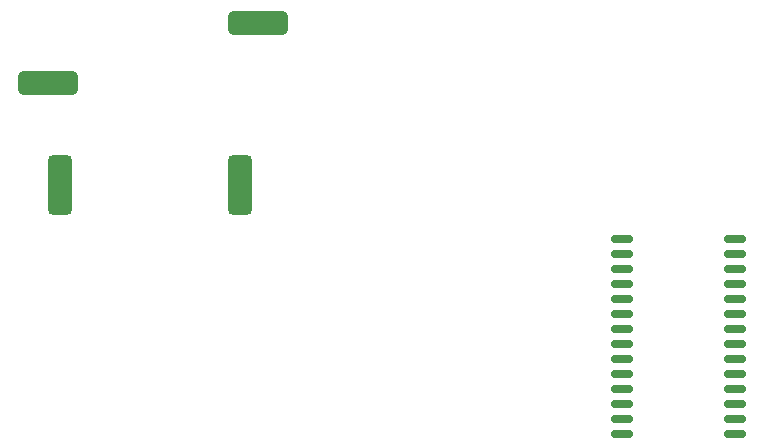
<source format=gbp>
G04 #@! TF.GenerationSoftware,KiCad,Pcbnew,8.0.1*
G04 #@! TF.CreationDate,2025-01-11T23:12:33+02:00*
G04 #@! TF.ProjectId,NixProjectRev02,4e697850-726f-46a6-9563-745265763032,Rev02*
G04 #@! TF.SameCoordinates,Original*
G04 #@! TF.FileFunction,Paste,Bot*
G04 #@! TF.FilePolarity,Positive*
%FSLAX46Y46*%
G04 Gerber Fmt 4.6, Leading zero omitted, Abs format (unit mm)*
G04 Created by KiCad (PCBNEW 8.0.1) date 2025-01-11 23:12:33*
%MOMM*%
%LPD*%
G01*
G04 APERTURE LIST*
G04 Aperture macros list*
%AMRoundRect*
0 Rectangle with rounded corners*
0 $1 Rounding radius*
0 $2 $3 $4 $5 $6 $7 $8 $9 X,Y pos of 4 corners*
0 Add a 4 corners polygon primitive as box body*
4,1,4,$2,$3,$4,$5,$6,$7,$8,$9,$2,$3,0*
0 Add four circle primitives for the rounded corners*
1,1,$1+$1,$2,$3*
1,1,$1+$1,$4,$5*
1,1,$1+$1,$6,$7*
1,1,$1+$1,$8,$9*
0 Add four rect primitives between the rounded corners*
20,1,$1+$1,$2,$3,$4,$5,0*
20,1,$1+$1,$4,$5,$6,$7,0*
20,1,$1+$1,$6,$7,$8,$9,0*
20,1,$1+$1,$8,$9,$2,$3,0*%
G04 Aperture macros list end*
%ADD10RoundRect,0.333333X-0.666667X2.166667X-0.666667X-2.166667X0.666667X-2.166667X0.666667X2.166667X0*%
%ADD11RoundRect,0.333333X-2.166667X-0.666667X2.166667X-0.666667X2.166667X0.666667X-2.166667X0.666667X0*%
%ADD12RoundRect,0.150000X-0.750000X-0.150000X0.750000X-0.150000X0.750000X0.150000X-0.750000X0.150000X0*%
G04 APERTURE END LIST*
D10*
X181600000Y-71350000D03*
D11*
X180600000Y-62750000D03*
D10*
X196840000Y-71350000D03*
D11*
X198400000Y-57650000D03*
D12*
X229200000Y-92455000D03*
X229200000Y-91184999D03*
X229200000Y-89915000D03*
X229200000Y-88645000D03*
X229199999Y-87375000D03*
X229200000Y-86105000D03*
X229200000Y-84835000D03*
X229200000Y-83565000D03*
X229200000Y-82295000D03*
X229199999Y-81025000D03*
X229200000Y-79755000D03*
X229200000Y-78485000D03*
X229200000Y-77215001D03*
X229200000Y-75945000D03*
X238800000Y-75945000D03*
X238800000Y-77215001D03*
X238800000Y-78485000D03*
X238800000Y-79755000D03*
X238800001Y-81025000D03*
X238800000Y-82295000D03*
X238800000Y-83565000D03*
X238800000Y-84835000D03*
X238800000Y-86105000D03*
X238800001Y-87375000D03*
X238800000Y-88645000D03*
X238800000Y-89915000D03*
X238800000Y-91184999D03*
X238800000Y-92455000D03*
M02*

</source>
